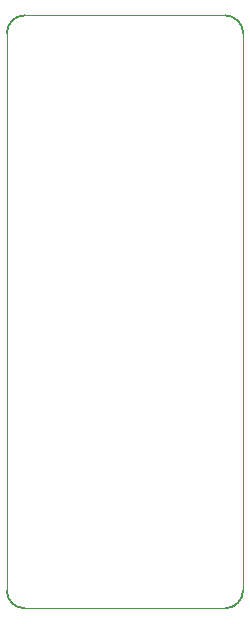
<source format=gm1>
%TF.GenerationSoftware,KiCad,Pcbnew,7.0.1*%
%TF.CreationDate,2023-04-06T09:57:02+02:00*%
%TF.ProjectId,OBJEX-DoorSensor_v1.2,4f424a45-582d-4446-9f6f-7253656e736f,1.2*%
%TF.SameCoordinates,Original*%
%TF.FileFunction,Profile,NP*%
%FSLAX46Y46*%
G04 Gerber Fmt 4.6, Leading zero omitted, Abs format (unit mm)*
G04 Created by KiCad (PCBNEW 7.0.1) date 2023-04-06 09:57:02*
%MOMM*%
%LPD*%
G01*
G04 APERTURE LIST*
%TA.AperFunction,Profile*%
%ADD10C,0.150000*%
%TD*%
%TA.AperFunction,Profile*%
%ADD11C,0.100000*%
%TD*%
G04 APERTURE END LIST*
D10*
X134999960Y-123689340D02*
G75*
G03*
X136500000Y-125189340I1500040J40D01*
G01*
D11*
X153500000Y-125189340D02*
X136500000Y-125189340D01*
X155000000Y-76500000D02*
X155000000Y-123689340D01*
D10*
X155000000Y-76500000D02*
G75*
G03*
X153500000Y-75000000I-1500000J0D01*
G01*
X153500000Y-125189300D02*
G75*
G03*
X155000000Y-123689340I0J1500000D01*
G01*
D11*
X135000000Y-123689340D02*
X135000000Y-76500000D01*
X136500000Y-75000000D02*
X153500000Y-75000000D01*
D10*
X136500000Y-75000000D02*
G75*
G03*
X135000000Y-76500000I0J-1500000D01*
G01*
M02*

</source>
